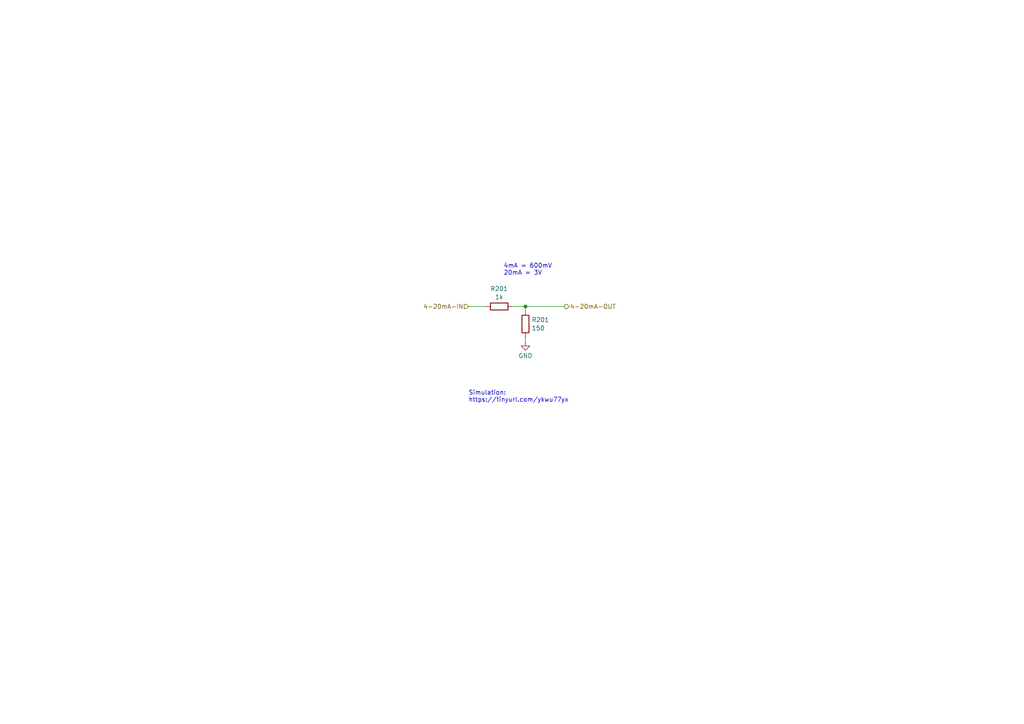
<source format=kicad_sch>
(kicad_sch (version 20230121) (generator eeschema)
  (paper "A4")
  (lib_symbols
    (symbol "Device:R" (pin_numbers hide) (pin_names (offset 0))
      (property "Reference" "R" (at 2.032 0 90))
      (property "Value" "R" (at 0 0 90))
      (symbol "R_0_1"
        (rectangle (start -1.016 -2.54) (end 1.016 2.54) (stroke (width 0.254)))
      )
      (symbol "R_1_1"
        (pin passive line (at 0 3.81 270) (length 1.27) (name "~") (number "1"))
        (pin passive line (at 0 -3.81 90) (length 1.27) (name "~") (number "2"))
      )
    )
    (symbol "power:GND" (power) (pin_names (offset 0))
      (property "Value" "GND" (at 0 -3.81 0))
      (symbol "GND_0_1"
        (polyline (pts (xy 0 0) (xy 0 -1.27) (xy 1.27 -1.27) (xy 0 -2.54) (xy -1.27 -1.27) (xy 0 -1.27)))
      )
      (symbol "GND_1_1"
        (pin power_in line (at 0 0 270) (length 0) hide (name "GND") (number "1"))
      )
    )
  )
  (junction (at 152.4 88.9))
  (wire (pts (xy 152.4 88.9) (xy 152.4 90.17)))
  (wire (pts (xy 152.4 88.9) (xy 163.83 88.9)))
  (wire (pts (xy 135.89 88.9) (xy 140.97 88.9)))
  (wire (pts (xy 148.59 88.9) (xy 152.4 88.9)))
  (wire (pts (xy 152.4 99.06) (xy 152.4 97.79)))
  (text "Simulation:\nhttps://tinyurl.com/ykwu77yx" (at 135.89 116.84 0) (effects (font (size 1.27 1.27)) (justify left bottom)))
  (text "4mA = 600mV\n20mA = 3V" (at 146.05 80.01 0) (effects (font (size 1.27 1.27)) (justify left bottom)))
  (hierarchical_label "4-20mA-IN" (shape input) (at 135.89 88.9 180))
  (hierarchical_label "4-20mA-OUT" (shape output) (at 163.83 88.9 0))
  (symbol (lib_id "Device:R") (at 152.4 93.98 0) (unit 1)
    (property "Reference" "R201" (at 154.178 92.7679 0) (effects (justify left)))
    (property "Value" "150" (at 154.178 95.1921 0) (effects (justify left)))
    (property "Footprint" "Resistor_SMD:R_0603_1608Metric_Pad0.98x0.95mm_HandSolder" (effects hide))
    (instances (project "engine-controller" (path "" (reference "R201") (unit 1)) (path "" (reference "R702") (unit 1)) (path "" (reference "R802") (unit 1)) (path "" (reference "R902") (unit 1)) (path "" (reference "R1002") (unit 1))))
  )
  (symbol (lib_id "power:GND") (at 152.4 99.06 0) (unit 1)
    (property "Reference" "#PWR0701" (effects hide))
    (property "Value" "GND" (at 152.4 103.1931 0))
    (instances (project "engine-controller" (path "" (reference "#PWR0701") (unit 1)) (path "" (reference "#PWR0801") (unit 1)) (path "" (reference "#PWR0901") (unit 1)) (path "" (reference "#PWR01001") (unit 1))))
  )
  (symbol (lib_id "Device:R") (at 144.78 88.9 90) (unit 1)
    (property "Reference" "R201" (at 144.78 83.7397 90))
    (property "Value" "1k" (at 144.78 86.1639 90))
    (property "Footprint" "Resistor_SMD:R_0603_1608Metric_Pad0.98x0.95mm_HandSolder" (effects hide))
    (instances (project "engine-controller" (path "" (reference "R201") (unit 1)) (path "" (reference "R701") (unit 1)) (path "" (reference "R801") (unit 1)) (path "" (reference "R901") (unit 1)) (path "" (reference "R1001") (unit 1))))
  )
)
</source>
